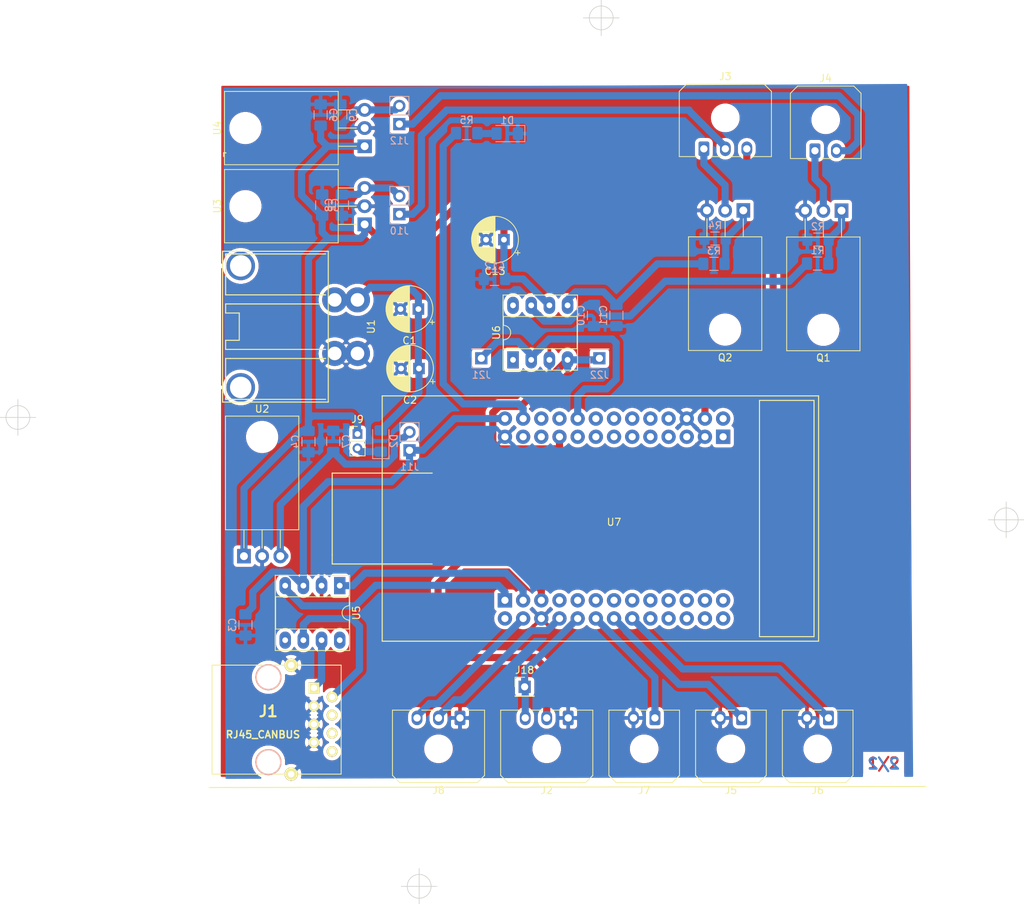
<source format=kicad_pcb>
(kicad_pcb (version 20171130) (host pcbnew "(5.1.5)-3")
  (layers (0 F.Cu signal) (31 B.Cu signal) (34 B.Paste user) (35 F.Paste user) (36 B.SilkS user) (37 F.SilkS user) (38 B.Mask user) (39 F.Mask user) (44 Edge.Cuts user))
  (net 0 "")
  (net 1 "Net-(C1-Pad1)")
  (net 2 GND)
  (net 3 +5V)
  (net 4 +15V)
  (net 5 "Net-(C7-Pad1)")
  (net 6 "Net-(C8-Pad1)")
  (net 7 "Net-(C9-Pad1)")
  (net 8 CLIM_CMD_HPWR)
  (net 9 SERVO_CMD_HPWR)
  (net 10 "Net-(D1-Pad2)")
  (net 11 "Net-(D2-Pad1)")
  (net 12 CANH)
  (net 13 CANL)
  (net 14 "Net-(J1-Pad4)")
  (net 15 "Net-(J1-Pad6)")
  (net 16 "Net-(J1-Pad8)")
  (net 17 SIGNAL_POTAR)
  (net 18 +3V3)
  (net 19 "Net-(J3-Pad1)")
  (net 20 +5VA)
  (net 21 PWM_SERVO)
  (net 22 +12VA)
  (net 23 "Net-(J4-Pad1)")
  (net 24 CLIM_SW)
  (net 25 LIGHTS_SW)
  (net 26 BRAKES_SW)
  (net 27 WIPER_SPEED_1)
  (net 28 WIPER_SPEED_2)
  (net 29 CLIM_CMD_LPWR)
  (net 30 SERVO_CMD_LPWR)
  (net 31 "Net-(Q1-Pad1)")
  (net 32 "Net-(Q2-Pad1)")
  (net 33 "Net-(R5-Pad2)")
  (net 34 "Net-(U5-Pad8)")
  (net 35 CANRX)
  (net 36 "Net-(U5-Pad5)")
  (net 37 CANTX)
  (net 38 "Net-(U6-Pad1)")
  (net 39 "Net-(U6-Pad8)")
  (net 40 "Net-(U7-Pad2)")
  (net 41 "Net-(U7-Pad7)")
  (net 42 "Net-(U7-Pad9)")
  (net 43 "Net-(U7-Pad11)")
  (net 44 "Net-(U7-Pad13)")
  (net 45 "Net-(U7-Pad15)")
  (net 46 "Net-(U7-Pad17)")
  (net 47 "Net-(U7-Pad18)")
  (net 48 "Net-(U7-Pad19)")
  (net 49 "Net-(U7-Pad20)")
  (net 50 "Net-(U7-Pad21)")
  (net 51 "Net-(U7-Pad23)")
  (net 52 "Net-(U7-Pad24)")
  (net 53 "Net-(U7-Pad25)")
  (net 54 "Net-(U7-Pad26)")
  (net 55 "Net-(U7-Pad27)")
  (net 56 "Net-(U7-Pad28)")
  (net 57 "Net-(U7-Pad31)")
  (net 58 "Net-(U7-Pad33)")
  (net 59 "Net-(U7-Pad34)")
  (net 60 "Net-(U7-Pad35)")
  (net 61 "Net-(U7-Pad36)")
  (net 62 "Net-(U7-Pad37)")
  (net 63 "Net-(U7-Pad38)")
  (net 64 "Net-(U7-Pad39)")
  (net 65 "Net-(U7-Pad40)")
  (net 66 "Net-(U7-Pad41)")
  (net 67 "Net-(U7-Pad42)")
  (net 68 "Net-(U7-Pad43)")
  (net 69 "Net-(U7-Pad47)")
  (net 70 "Net-(U7-Pad49)")
  (net 71 "Net-(U7-Pad22)")
  (net 72 "Net-(U7-Pad46)")
  (net 73 "Net-(U7-Pad48)")
  (module Capacitor_THT:CP_Radial_D6.3mm_P2.50mm (layer F.Cu) (at 97.66 61.49 180)
    (fp_text reference C1 (at 1.25 -4.4 180) (layer F.SilkS))
    (fp_text value 22uF)
    (pad 1 thru_hole rect (at 0 0 180) (size 1.6 1.6) (drill 0.8) (layers *.Cu *.Mask) (net 1 "Net-(C1-Pad1)"))
    (pad 2 thru_hole circle (at 2.5 0 180) (size 1.6 1.6) (drill 0.8) (layers *.Cu *.Mask) (net 2 GND))
  )
  (module Capacitor_THT:CP_Radial_D6.3mm_P2.50mm (layer F.Cu) (at 97.74 69.8 180)
    (fp_text reference C2 (at 1.25 -4.4 180) (layer F.SilkS))
    (fp_text value 1uF)
    (pad 2 thru_hole circle (at 2.5 0 180) (size 1.6 1.6) (drill 0.8) (layers *.Cu *.Mask) (net 2 GND))
    (pad 1 thru_hole rect (at 0 0 180) (size 1.6 1.6) (drill 0.8) (layers *.Cu *.Mask) (net 1 "Net-(C1-Pad1)"))
  )
  (module Capacitor_SMD:C_1206_3216Metric_Pad1.42x1.75mm_HandSolder (layer B.Cu) (at 73.5 105.63 270)
    (fp_text reference C3 (at 0 1.82 270) (layer B.SilkS) (effects (justify mirror)))
    (fp_text value 100nF)
    (pad 2 smd roundrect (at 1.4875 0 270) (size 1.425 1.75) (layers B.Cu B.Paste B.Mask) (roundrect_rratio 0.175439) (net 2 GND))
    (pad 1 smd roundrect (at -1.4875 0 270) (size 1.425 1.75) (layers B.Cu B.Paste B.Mask) (roundrect_rratio 0.175439) (net 3 +5V))
  )
  (module Capacitor_SMD:C_1206_3216Metric_Pad1.42x1.75mm_HandSolder (layer B.Cu) (at 82.3 80.02 270)
    (fp_text reference C4 (at 0 1.82 270) (layer B.SilkS) (effects (justify mirror)))
    (fp_text value 330nF)
    (pad 1 smd roundrect (at -1.4875 0 270) (size 1.425 1.75) (layers B.Cu B.Paste B.Mask) (roundrect_rratio 0.175439) (net 4 +15V))
    (pad 2 smd roundrect (at 1.4875 0 270) (size 1.425 1.75) (layers B.Cu B.Paste B.Mask) (roundrect_rratio 0.175439) (net 2 GND))
  )
  (module Capacitor_SMD:C_1206_3216Metric_Pad1.42x1.75mm_HandSolder (layer B.Cu) (at 84.22 46.955 90)
    (fp_text reference C5 (at 0 1.82 90) (layer B.SilkS) (effects (justify mirror)))
    (fp_text value 330nF)
    (pad 2 smd roundrect (at 1.4875 0 90) (size 1.425 1.75) (layers B.Cu B.Paste B.Mask) (roundrect_rratio 0.175439) (net 2 GND))
    (pad 1 smd roundrect (at -1.4875 0 90) (size 1.425 1.75) (layers B.Cu B.Paste B.Mask) (roundrect_rratio 0.175439) (net 4 +15V))
  )
  (module Capacitor_SMD:C_1206_3216Metric_Pad1.42x1.75mm_HandSolder (layer B.Cu) (at 84 34.355 90)
    (fp_text reference C6 (at 0 1.82 90) (layer B.SilkS) (effects (justify mirror)))
    (fp_text value 330nF)
    (pad 1 smd roundrect (at -1.4875 0 90) (size 1.425 1.75) (layers B.Cu B.Paste B.Mask) (roundrect_rratio 0.175439) (net 4 +15V))
    (pad 2 smd roundrect (at 1.4875 0 90) (size 1.425 1.75) (layers B.Cu B.Paste B.Mask) (roundrect_rratio 0.175439) (net 2 GND))
  )
  (module Capacitor_SMD:C_1206_3216Metric_Pad1.42x1.75mm_HandSolder (layer B.Cu) (at 85.76 79.98 90)
    (fp_text reference C7 (at 0 1.82 90) (layer B.SilkS) (effects (justify mirror)))
    (fp_text value 100nF)
    (pad 1 smd roundrect (at -1.4875 0 90) (size 1.425 1.75) (layers B.Cu B.Paste B.Mask) (roundrect_rratio 0.175439) (net 5 "Net-(C7-Pad1)"))
    (pad 2 smd roundrect (at 1.4875 0 90) (size 1.425 1.75) (layers B.Cu B.Paste B.Mask) (roundrect_rratio 0.175439) (net 2 GND))
  )
  (module Capacitor_SMD:C_1206_3216Metric_Pad1.42x1.75mm_HandSolder (layer B.Cu) (at 86.99 46.955 270)
    (fp_text reference C8 (at 0 1.82 270) (layer B.SilkS) (effects (justify mirror)))
    (fp_text value 100nF)
    (pad 1 smd roundrect (at -1.4875 0 270) (size 1.425 1.75) (layers B.Cu B.Paste B.Mask) (roundrect_rratio 0.175439) (net 6 "Net-(C8-Pad1)"))
    (pad 2 smd roundrect (at 1.4875 0 270) (size 1.425 1.75) (layers B.Cu B.Paste B.Mask) (roundrect_rratio 0.175439) (net 2 GND))
  )
  (module Capacitor_SMD:C_1206_3216Metric_Pad1.42x1.75mm_HandSolder (layer B.Cu) (at 86.75 34.355 90)
    (fp_text reference C9 (at 0 1.82 90) (layer B.SilkS) (effects (justify mirror)))
    (fp_text value 100nF)
    (pad 2 smd roundrect (at 1.4875 0 90) (size 1.425 1.75) (layers B.Cu B.Paste B.Mask) (roundrect_rratio 0.175439) (net 2 GND))
    (pad 1 smd roundrect (at -1.4875 0 90) (size 1.425 1.75) (layers B.Cu B.Paste B.Mask) (roundrect_rratio 0.175439) (net 7 "Net-(C9-Pad1)"))
  )
  (module Capacitor_SMD:C_1206_3216Metric_Pad1.42x1.75mm_HandSolder (layer B.Cu) (at 122.18 62.38 270)
    (fp_text reference C10 (at 0 1.82 270) (layer B.SilkS) (effects (justify mirror)))
    (fp_text value 1nF)
    (pad 2 smd roundrect (at 1.4875 0 270) (size 1.425 1.75) (layers B.Cu B.Paste B.Mask) (roundrect_rratio 0.175439) (net 2 GND))
    (pad 1 smd roundrect (at -1.4875 0 270) (size 1.425 1.75) (layers B.Cu B.Paste B.Mask) (roundrect_rratio 0.175439) (net 8 CLIM_CMD_HPWR))
  )
  (module Capacitor_SMD:C_1206_3216Metric_Pad1.42x1.75mm_HandSolder (layer B.Cu) (at 125.32 62.38 270)
    (fp_text reference C11 (at 0 1.82 270) (layer B.SilkS) (effects (justify mirror)))
    (fp_text value 1nF)
    (pad 2 smd roundrect (at 1.4875 0 270) (size 1.425 1.75) (layers B.Cu B.Paste B.Mask) (roundrect_rratio 0.175439) (net 2 GND))
    (pad 1 smd roundrect (at -1.4875 0 270) (size 1.425 1.75) (layers B.Cu B.Paste B.Mask) (roundrect_rratio 0.175439) (net 9 SERVO_CMD_HPWR))
  )
  (module Capacitor_SMD:C_1206_3216Metric_Pad1.42x1.75mm_HandSolder (layer B.Cu) (at 108.29 57.28 180)
    (fp_text reference C12 (at 0 1.82 180) (layer B.SilkS) (effects (justify mirror)))
    (fp_text value 100nF)
    (pad 1 smd roundrect (at -1.4875 0 180) (size 1.425 1.75) (layers B.Cu B.Paste B.Mask) (roundrect_rratio 0.175439) (net 4 +15V))
    (pad 2 smd roundrect (at 1.4875 0 180) (size 1.425 1.75) (layers B.Cu B.Paste B.Mask) (roundrect_rratio 0.175439) (net 2 GND))
  )
  (module Capacitor_THT:CP_Radial_D6.3mm_P2.50mm (layer F.Cu) (at 109.61 51.79 180)
    (fp_text reference C13 (at 1.25 -4.4 180) (layer F.SilkS))
    (fp_text value 1uF)
    (pad 1 thru_hole rect (at 0 0 180) (size 1.6 1.6) (drill 0.8) (layers *.Cu *.Mask) (net 4 +15V))
    (pad 2 thru_hole circle (at 2.5 0 180) (size 1.6 1.6) (drill 0.8) (layers *.Cu *.Mask) (net 2 GND))
  )
  (module Diode_SMD:D_1206_3216Metric_Pad1.42x1.75mm_HandSolder (layer B.Cu) (at 110.07 36.96 180)
    (fp_text reference D1 (at 0 1.82 180) (layer B.SilkS) (effects (justify mirror)))
    (fp_text value LED)
    (pad 2 smd roundrect (at 1.4875 0 180) (size 1.425 1.75) (layers B.Cu B.Paste B.Mask) (roundrect_rratio 0.175439) (net 10 "Net-(D1-Pad2)"))
    (pad 1 smd roundrect (at -1.4875 0 180) (size 1.425 1.75) (layers B.Cu B.Paste B.Mask) (roundrect_rratio 0.175439) (net 2 GND))
  )
  (module Diode_SMD:D_1206_3216Metric_Pad1.42x1.75mm_HandSolder (layer B.Cu) (at 92.41 79.9325 90)
    (fp_text reference D2 (at 0 1.82 90) (layer B.SilkS) (effects (justify mirror)))
    (fp_text value D)
    (pad 1 smd roundrect (at -1.4875 0 90) (size 1.425 1.75) (layers B.Cu B.Paste B.Mask) (roundrect_rratio 0.175439) (net 11 "Net-(D2-Pad1)"))
    (pad 2 smd roundrect (at 1.4875 0 90) (size 1.425 1.75) (layers B.Cu B.Paste B.Mask) (roundrect_rratio 0.175439) (net 1 "Net-(C1-Pad1)"))
  )
  (module TIM_Connectors_V5:RJ45_CAN (layer F.Cu) (at 76.71 118.88 270)
    (fp_text reference J1 (at -1.16 0.02) (layer F.SilkS) (effects (font (size 1.524 1.524) (thickness 0.3048))))
    (fp_text value RJ45_CANBUS (at 2.09 0.77) (layer F.SilkS) (effects (font (size 1.00076 1.00076) (thickness 0.2032))))
    (pad Hole np_thru_hole circle (at 5.93852 0 270) (size 3.64998 3.64998) (drill 3.2512) (layers *.Cu *.SilkS *.Mask))
    (pad Hole np_thru_hole circle (at -5.9309 0 270) (size 3.64998 3.64998) (drill 3.2512) (layers *.Cu *.SilkS *.Mask))
    (pad 1 thru_hole rect (at -4.445 -6.35 270) (size 1.50114 1.50114) (drill 0.89916) (layers *.Cu *.Mask F.SilkS) (net 12 CANH))
    (pad 2 thru_hole circle (at -3.175 -8.89 270) (size 1.50114 1.50114) (drill 0.89916) (layers *.Cu *.Mask F.SilkS) (net 13 CANL))
    (pad 3 thru_hole circle (at -1.905 -6.35 270) (size 1.50114 1.50114) (drill 0.89916) (layers *.Cu *.Mask F.SilkS) (net 2 GND))
    (pad 4 thru_hole circle (at -0.635 -8.89 270) (size 1.50114 1.50114) (drill 0.89916) (layers *.Cu *.Mask F.SilkS) (net 14 "Net-(J1-Pad4)"))
    (pad 5 thru_hole circle (at 0.635 -6.35 270) (size 1.50114 1.50114) (drill 0.89916) (layers *.Cu *.Mask F.SilkS) (net 2 GND))
    (pad 6 thru_hole circle (at 1.905 -8.89 270) (size 1.50114 1.50114) (drill 0.89916) (layers *.Cu *.Mask F.SilkS) (net 15 "Net-(J1-Pad6)"))
    (pad 7 thru_hole circle (at 3.175 -6.35 270) (size 1.50114 1.50114) (drill 0.89916) (layers *.Cu *.Mask F.SilkS) (net 2 GND))
    (pad 8 thru_hole circle (at 4.445 -8.89 270) (size 1.50114 1.50114) (drill 0.89916) (layers *.Cu *.Mask F.SilkS) (net 16 "Net-(J1-Pad8)"))
    (pad 9 thru_hole circle (at 7.62 -3.175 270) (size 1.85514 1.85514) (drill 0.89916) (layers *.Cu *.Mask F.SilkS) (net 2 GND))
    (pad 9 thru_hole circle (at -7.62 -3.175 270) (size 1.85514 1.85514) (drill 0.89916) (layers *.Cu *.Mask F.SilkS) (net 2 GND))
  )
  (module Connector_Molex:Molex_Micro-Fit_3.0_43650-0300_1x03_P3.00mm_Horizontal (layer F.Cu) (at 118.5875 118.64 180)
    (fp_text reference J2 (at 3 -10.12 180) (layer F.SilkS))
    (fp_text value Conn_01x03_Female_Potar)
    (pad 3 thru_hole oval (at 6 0 180) (size 1.5 2.02) (drill 1.02) (layers *.Cu *.Mask) (net 17 SIGNAL_POTAR))
    (pad 2 thru_hole oval (at 3 0 180) (size 1.5 2.02) (drill 1.02) (layers *.Cu *.Mask) (net 18 +3V3))
    (pad 1 thru_hole roundrect (at 0 0 180) (size 1.5 2.02) (drill 1.02) (layers *.Cu *.Mask) (roundrect_rratio 0.166667) (net 2 GND))
    (pad "" np_thru_hole circle (at 3 -4.32 180) (size 3 3) (drill 3) (layers *.Cu *.Mask))
  )
  (module Connector_Molex:Molex_Micro-Fit_3.0_43650-0300_1x03_P3.00mm_Horizontal (layer F.Cu) (at 137.54 39.09)
    (fp_text reference J3 (at 3 -10.12) (layer F.SilkS))
    (fp_text value Conn_01x03_Female_Servomotor)
    (pad "" np_thru_hole circle (at 3 -4.32) (size 3 3) (drill 3) (layers *.Cu *.Mask))
    (pad 1 thru_hole roundrect (at 0 0) (size 1.5 2.02) (drill 1.02) (layers *.Cu *.Mask) (roundrect_rratio 0.166667) (net 19 "Net-(J3-Pad1)"))
    (pad 2 thru_hole oval (at 3 0) (size 1.5 2.02) (drill 1.02) (layers *.Cu *.Mask) (net 20 +5VA))
    (pad 3 thru_hole oval (at 6 0) (size 1.5 2.02) (drill 1.02) (layers *.Cu *.Mask) (net 21 PWM_SERVO))
  )
  (module Connector_Molex:Molex_Micro-Fit_3.0_43650-0200_1x02_P3.00mm_Horizontal (layer F.Cu) (at 153.06 39.36)
    (fp_text reference J4 (at 1.5 -10.12) (layer F.SilkS))
    (fp_text value Conn_01x02_Female)
    (pad 2 thru_hole oval (at 3 0) (size 1.5 2.02) (drill 1.02) (layers *.Cu *.Mask) (net 22 +12VA))
    (pad 1 thru_hole roundrect (at 0 0) (size 1.5 2.02) (drill 1.02) (layers *.Cu *.Mask) (roundrect_rratio 0.166667) (net 23 "Net-(J4-Pad1)"))
    (pad "" np_thru_hole circle (at 1.5 -4.32) (size 3 3) (drill 3) (layers *.Cu *.Mask))
  )
  (module Connector_Molex:Molex_Micro-Fit_3.0_43650-0200_1x02_P3.00mm_Horizontal (layer F.Cu) (at 142.8225 118.64 180)
    (fp_text reference J5 (at 1.5 -10.12 180) (layer F.SilkS))
    (fp_text value Conn_01x02_Female)
    (pad 2 thru_hole oval (at 3 0 180) (size 1.5 2.02) (drill 1.02) (layers *.Cu *.Mask) (net 2 GND))
    (pad 1 thru_hole roundrect (at 0 0 180) (size 1.5 2.02) (drill 1.02) (layers *.Cu *.Mask) (roundrect_rratio 0.166667) (net 24 CLIM_SW))
    (pad "" np_thru_hole circle (at 1.5 -4.32 180) (size 3 3) (drill 3) (layers *.Cu *.Mask))
  )
  (module Connector_Molex:Molex_Micro-Fit_3.0_43650-0200_1x02_P3.00mm_Horizontal (layer F.Cu) (at 154.94 118.64 180)
    (fp_text reference J6 (at 1.5 -10.12 180) (layer F.SilkS))
    (fp_text value Conn_01x02_Female)
    (pad "" np_thru_hole circle (at 1.5 -4.32 180) (size 3 3) (drill 3) (layers *.Cu *.Mask))
    (pad 1 thru_hole roundrect (at 0 0 180) (size 1.5 2.02) (drill 1.02) (layers *.Cu *.Mask) (roundrect_rratio 0.166667) (net 25 LIGHTS_SW))
    (pad 2 thru_hole oval (at 3 0 180) (size 1.5 2.02) (drill 1.02) (layers *.Cu *.Mask) (net 2 GND))
  )
  (module Connector_Molex:Molex_Micro-Fit_3.0_43650-0200_1x02_P3.00mm_Horizontal (layer F.Cu) (at 130.705 118.64 180)
    (fp_text reference J7 (at 1.5 -10.12 180) (layer F.SilkS))
    (fp_text value Conn_01x02_Female)
    (pad "" np_thru_hole circle (at 1.5 -4.32 180) (size 3 3) (drill 3) (layers *.Cu *.Mask))
    (pad 1 thru_hole roundrect (at 0 0 180) (size 1.5 2.02) (drill 1.02) (layers *.Cu *.Mask) (roundrect_rratio 0.166667) (net 26 BRAKES_SW))
    (pad 2 thru_hole oval (at 3 0 180) (size 1.5 2.02) (drill 1.02) (layers *.Cu *.Mask) (net 2 GND))
  )
  (module Connector_Molex:Molex_Micro-Fit_3.0_43650-0300_1x03_P3.00mm_Horizontal (layer F.Cu) (at 103.47 118.64 180)
    (fp_text reference J8 (at 3 -10.12 180) (layer F.SilkS))
    (fp_text value Conn_01x03_Female)
    (pad "" np_thru_hole circle (at 3 -4.32 180) (size 3 3) (drill 3) (layers *.Cu *.Mask))
    (pad 1 thru_hole roundrect (at 0 0 180) (size 1.5 2.02) (drill 1.02) (layers *.Cu *.Mask) (roundrect_rratio 0.166667) (net 2 GND))
    (pad 2 thru_hole oval (at 3 0 180) (size 1.5 2.02) (drill 1.02) (layers *.Cu *.Mask) (net 27 WIPER_SPEED_1))
    (pad 3 thru_hole oval (at 6 0 180) (size 1.5 2.02) (drill 1.02) (layers *.Cu *.Mask) (net 28 WIPER_SPEED_2))
  )
  (module Connector_PinHeader_2.00mm:PinHeader_1x02_P2.00mm_Vertical (layer F.Cu) (at 89.15 78.955)
    (fp_text reference J9 (at 0 -2.06) (layer F.SilkS))
    (fp_text value Conn_01x02_Male)
    (pad 1 thru_hole rect (at 0 0) (size 1.35 1.35) (drill 0.8) (layers *.Cu *.Mask) (net 4 +15V))
    (pad 2 thru_hole oval (at 0 2) (size 1.35 1.35) (drill 0.8) (layers *.Cu *.Mask) (net 11 "Net-(D2-Pad1)"))
  )
  (module Connector_PinHeader_2.54mm:PinHeader_1x02_P2.54mm_Vertical (layer B.Cu) (at 95 48.23)
    (fp_text reference J10 (at 0 2.33) (layer B.SilkS) (effects (justify mirror)))
    (fp_text value Conn_01x02_Male)
    (pad 2 thru_hole oval (at 0 -2.54) (size 1.7 1.7) (drill 1) (layers *.Cu *.Mask) (net 6 "Net-(C8-Pad1)"))
    (pad 1 thru_hole rect (at 0 0) (size 1.7 1.7) (drill 1) (layers *.Cu *.Mask) (net 20 +5VA))
  )
  (module Connector_PinHeader_2.54mm:PinHeader_1x02_P2.54mm_Vertical (layer B.Cu) (at 96.42 81.23)
    (fp_text reference J11 (at 0 2.33) (layer B.SilkS) (effects (justify mirror)))
    (fp_text value Conn_01x02_Male)
    (pad 1 thru_hole rect (at 0 0) (size 1.7 1.7) (drill 1) (layers *.Cu *.Mask) (net 3 +5V))
    (pad 2 thru_hole oval (at 0 -2.54) (size 1.7 1.7) (drill 1) (layers *.Cu *.Mask) (net 5 "Net-(C7-Pad1)"))
  )
  (module Connector_PinHeader_2.54mm:PinHeader_1x02_P2.54mm_Vertical (layer B.Cu) (at 95 35.63)
    (fp_text reference J12 (at 0 2.33) (layer B.SilkS) (effects (justify mirror)))
    (fp_text value Conn_01x02_Male)
    (pad 1 thru_hole rect (at 0 0) (size 1.7 1.7) (drill 1) (layers *.Cu *.Mask) (net 22 +12VA))
    (pad 2 thru_hole oval (at 0 -2.54) (size 1.7 1.7) (drill 1) (layers *.Cu *.Mask) (net 7 "Net-(C9-Pad1)"))
  )
  (module Connector_PinHeader_2.54mm:PinHeader_1x01_P2.54mm_Vertical (layer F.Cu) (at 112.5 114.29)
    (fp_text reference J18 (at 0 -2.33) (layer F.SilkS))
    (fp_text value Conn_01x01_Female)
    (pad 1 thru_hole rect (at 0 0) (size 1.7 1.7) (drill 1) (layers *.Cu *.Mask) (net 17 SIGNAL_POTAR))
  )
  (module Connector_PinHeader_2.54mm:PinHeader_1x01_P2.54mm_Vertical (layer B.Cu) (at 106.45 68.37)
    (fp_text reference J21 (at 0 2.33) (layer B.SilkS) (effects (justify mirror)))
    (fp_text value Conn_01x01_Female)
    (pad 1 thru_hole rect (at 0 0) (size 1.7 1.7) (drill 1) (layers *.Cu *.Mask) (net 29 CLIM_CMD_LPWR))
  )
  (module Connector_PinHeader_2.54mm:PinHeader_1x01_P2.54mm_Vertical (layer B.Cu) (at 122.95 68.37)
    (fp_text reference J22 (at 0 2.33) (layer B.SilkS) (effects (justify mirror)))
    (fp_text value Conn_01x01_Female)
    (pad 1 thru_hole rect (at 0 0) (size 1.7 1.7) (drill 1) (layers *.Cu *.Mask) (net 30 SERVO_CMD_LPWR))
  )
  (module Package_TO_SOT_THT:TO-220-3_Horizontal_TabDown (layer F.Cu) (at 156.77 47.73 180)
    (fp_text reference Q1 (at 2.54 -20.58 180) (layer F.SilkS))
    (fp_text value IRFZ44Z)
    (pad 3 thru_hole oval (at 5.08 0 180) (size 1.905 2) (drill 1.1) (layers *.Cu *.Mask) (net 2 GND))
    (pad 2 thru_hole oval (at 2.54 0 180) (size 1.905 2) (drill 1.1) (layers *.Cu *.Mask) (net 23 "Net-(J4-Pad1)"))
    (pad 1 thru_hole rect (at 0 0 180) (size 1.905 2) (drill 1.1) (layers *.Cu *.Mask) (net 31 "Net-(Q1-Pad1)"))
    (pad "" np_thru_hole oval (at 2.54 -16.66 180) (size 3.5 3.5) (drill 3.5) (layers *.Cu *.Mask))
  )
  (module Package_TO_SOT_THT:TO-220-3_Horizontal_TabDown (layer F.Cu) (at 143.05 47.7 180)
    (fp_text reference Q2 (at 2.54 -20.58 180) (layer F.SilkS))
    (fp_text value IRFZ44Z)
    (pad 3 thru_hole oval (at 5.08 0 180) (size 1.905 2) (drill 1.1) (layers *.Cu *.Mask) (net 2 GND))
    (pad 2 thru_hole oval (at 2.54 0 180) (size 1.905 2) (drill 1.1) (layers *.Cu *.Mask) (net 19 "Net-(J3-Pad1)"))
    (pad 1 thru_hole rect (at 0 0 180) (size 1.905 2) (drill 1.1) (layers *.Cu *.Mask) (net 32 "Net-(Q2-Pad1)"))
    (pad "" np_thru_hole oval (at 2.54 -16.66 180) (size 3.5 3.5) (drill 3.5) (layers *.Cu *.Mask))
  )
  (module Resistor_SMD:R_1206_3216Metric_Pad1.42x1.75mm_HandSolder (layer B.Cu) (at 153.43 55.13 180)
    (fp_text reference R1 (at 0 1.82 180) (layer B.SilkS) (effects (justify mirror)))
    (fp_text value 10)
    (pad 2 smd roundrect (at 1.4875 0 180) (size 1.425 1.75) (layers B.Cu B.Paste B.Mask) (roundrect_rratio 0.175439) (net 8 CLIM_CMD_HPWR))
    (pad 1 smd roundrect (at -1.4875 0 180) (size 1.425 1.75) (layers B.Cu B.Paste B.Mask) (roundrect_rratio 0.175439) (net 31 "Net-(Q1-Pad1)"))
  )
  (module Resistor_SMD:R_1206_3216Metric_Pad1.42x1.75mm_HandSolder (layer B.Cu) (at 153.48 51.78 180)
    (fp_text reference R2 (at 0 1.82 180) (layer B.SilkS) (effects (justify mirror)))
    (fp_text value 10k)
    (pad 1 smd roundrect (at -1.4875 0 180) (size 1.425 1.75) (layers B.Cu B.Paste B.Mask) (roundrect_rratio 0.175439) (net 31 "Net-(Q1-Pad1)"))
    (pad 2 smd roundrect (at 1.4875 0 180) (size 1.425 1.75) (layers B.Cu B.Paste B.Mask) (roundrect_rratio 0.175439) (net 2 GND))
  )
  (module Resistor_SMD:R_1206_3216Metric_Pad1.42x1.75mm_HandSolder (layer B.Cu) (at 138.95 55.17 180)
    (fp_text reference R3 (at 0 1.82 180) (layer B.SilkS) (effects (justify mirror)))
    (fp_text value 10)
    (pad 2 smd roundrect (at 1.4875 0 180) (size 1.425 1.75) (layers B.Cu B.Paste B.Mask) (roundrect_rratio 0.175439) (net 9 SERVO_CMD_HPWR))
    (pad 1 smd roundrect (at -1.4875 0 180) (size 1.425 1.75) (layers B.Cu B.Paste B.Mask) (roundrect_rratio 0.175439) (net 32 "Net-(Q2-Pad1)"))
  )
  (module Resistor_SMD:R_1206_3216Metric_Pad1.42x1.75mm_HandSolder (layer B.Cu) (at 139.1 51.64 180)
    (fp_text reference R4 (at 0 1.82 180) (layer B.SilkS) (effects (justify mirror)))
    (fp_text value 10k)
    (pad 1 smd roundrect (at -1.4875 0 180) (size 1.425 1.75) (layers B.Cu B.Paste B.Mask) (roundrect_rratio 0.175439) (net 32 "Net-(Q2-Pad1)"))
    (pad 2 smd roundrect (at 1.4875 0 180) (size 1.425 1.75) (layers B.Cu B.Paste B.Mask) (roundrect_rratio 0.175439) (net 2 GND))
  )
  (module Resistor_SMD:R_1206_3216Metric_Pad1.42x1.75mm_HandSolder (layer B.Cu) (at 104.4 36.9 180)
    (fp_text reference R5 (at 0 1.82 180) (layer B.SilkS) (effects (justify mirror)))
    (fp_text value R)
    (pad 1 smd roundrect (at -1.4875 0 180) (size 1.425 1.75) (layers B.Cu B.Paste B.Mask) (roundrect_rratio 0.175439) (net 10 "Net-(D1-Pad2)"))
    (pad 2 smd roundrect (at 1.4875 0 180) (size 1.425 1.75) (layers B.Cu B.Paste B.Mask) (roundrect_rratio 0.175439) (net 33 "Net-(R5-Pad2)"))
  )
  (module TIM_Connectors_V5:MOLEX_SABRE_46007-1102 (layer F.Cu) (at 85.97 63.95 270)
    (fp_text reference U1 (at 0 -5.08 270) (layer F.SilkS))
    (fp_text value MOLEX_SABRE_46007-1102)
    (pad 2 thru_hole circle (at -3.745 0 270) (size 3.5 3.5) (drill 1.9) (layers *.Cu *.Mask) (net 1 "Net-(C1-Pad1)"))
    (pad 1 thru_hole circle (at 3.745 0 270) (size 3.5 3.5) (drill 1.9) (layers *.Cu *.Mask) (net 2 GND))
    (pad 2 thru_hole circle (at -3.745 -3.18 270) (size 3.5 3.5) (drill 1.9) (layers *.Cu *.Mask) (net 1 "Net-(C1-Pad1)"))
    (pad 1 thru_hole circle (at 3.745 -3.18 270) (size 3.5 3.5) (drill 1.9) (layers *.Cu *.Mask) (net 2 GND))
    (pad "" thru_hole circle (at -8.495 13.13 270) (size 4 4) (drill 3) (layers *.Cu *.Mask))
    (pad "" thru_hole circle (at 8.495 13.13 270) (size 4 4) (drill 3) (layers *.Cu *.Mask))
  )
  (module Package_TO_SOT_THT:TO-220-3_Horizontal_TabDown (layer F.Cu) (at 73.29 96.03)
    (fp_text reference U2 (at 2.54 -20.58) (layer F.SilkS))
    (fp_text value L7805)
    (pad "" np_thru_hole oval (at 2.54 -16.66) (size 3.5 3.5) (drill 3.5) (layers *.Cu *.Mask))
    (pad 1 thru_hole rect (at 0 0) (size 1.905 2) (drill 1.1) (layers *.Cu *.Mask) (net 4 +15V))
    (pad 2 thru_hole oval (at 2.54 0) (size 1.905 2) (drill 1.1) (layers *.Cu *.Mask) (net 2 GND))
    (pad 3 thru_hole oval (at 5.08 0) (size 1.905 2) (drill 1.1) (layers *.Cu *.Mask) (net 5 "Net-(C7-Pad1)"))
  )
  (module Package_TO_SOT_THT:TO-220-3_Horizontal_TabDown (layer F.Cu) (at 90.15 49.65 90)
    (fp_text reference U3 (at 2.54 -20.58 90) (layer F.SilkS))
    (fp_text value L7805)
    (pad "" np_thru_hole oval (at 2.54 -16.66 90) (size 3.5 3.5) (drill 3.5) (layers *.Cu *.Mask))
    (pad 1 thru_hole rect (at 0 0 90) (size 1.905 2) (drill 1.1) (layers *.Cu *.Mask) (net 4 +15V))
    (pad 2 thru_hole oval (at 2.54 0 90) (size 1.905 2) (drill 1.1) (layers *.Cu *.Mask) (net 2 GND))
    (pad 3 thru_hole oval (at 5.08 0 90) (size 1.905 2) (drill 1.1) (layers *.Cu *.Mask) (net 6 "Net-(C8-Pad1)"))
  )
  (module Package_TO_SOT_THT:TO-220-3_Horizontal_TabDown (layer F.Cu) (at 90.15 38.73 90)
    (fp_text reference U4 (at 2.54 -20.58 90) (layer F.SilkS))
    (fp_text value L7812)
    (pad "" np_thru_hole oval (at 2.54 -16.66 90) (size 3.5 3.5) (drill 3.5) (layers *.Cu *.Mask))
    (pad 1 thru_hole rect (at 0 0 90) (size 1.905 2) (drill 1.1) (layers *.Cu *.Mask) (net 4 +15V))
    (pad 2 thru_hole oval (at 2.54 0 90) (size 1.905 2) (drill 1.1) (layers *.Cu *.Mask) (net 2 GND))
    (pad 3 thru_hole oval (at 5.08 0 90) (size 1.905 2) (drill 1.1) (layers *.Cu *.Mask) (net 7 "Net-(C9-Pad1)"))
  )
  (module Package_DIP:DIP-8_W7.62mm_Socket_LongPads (layer F.Cu) (at 86.67 100.15 270)
    (fp_text reference U5 (at 3.81 -2.33 270) (layer F.SilkS))
    (fp_text value MCP2551-I-SN)
    (pad 8 thru_hole oval (at 7.62 0 270) (size 2.4 1.6) (drill 0.8) (layers *.Cu *.Mask) (net 34 "Net-(U5-Pad8)"))
    (pad 4 thru_hole oval (at 0 7.62 270) (size 2.4 1.6) (drill 0.8) (layers *.Cu *.Mask) (net 35 CANRX))
    (pad 7 thru_hole oval (at 7.62 2.54 270) (size 2.4 1.6) (drill 0.8) (layers *.Cu *.Mask) (net 12 CANH))
    (pad 3 thru_hole oval (at 0 5.08 270) (size 2.4 1.6) (drill 0.8) (layers *.Cu *.Mask) (net 3 +5V))
    (pad 6 thru_hole oval (at 7.62 5.08 270) (size 2.4 1.6) (drill 0.8) (layers *.Cu *.Mask) (net 13 CANL))
    (pad 2 thru_hole oval (at 0 2.54 270) (size 2.4 1.6) (drill 0.8) (layers *.Cu *.Mask) (net 2 GND))
    (pad 5 thru_hole oval (at 7.62 7.62 270) (size 2.4 1.6) (drill 0.8) (layers *.Cu *.Mask) (net 36 "Net-(U5-Pad5)"))
    (pad 1 thru_hole rect (at 0 0 270) (size 2.4 1.6) (drill 0.8) (layers *.Cu *.Mask) (net 37 CANTX))
  )
  (module Package_DIP:DIP-8_W7.62mm_Socket_LongPads (layer F.Cu) (at 110.88 68.59 90)
    (fp_text reference U6 (at 3.81 -2.33 90) (layer F.SilkS))
    (fp_text value TC4424)
    (pad 1 thru_hole rect (at 0 0 90) (size 2.4 1.6) (drill 0.8) (layers *.Cu *.Mask) (net 38 "Net-(U6-Pad1)"))
    (pad 5 thru_hole oval (at 7.62 7.62 90) (size 2.4 1.6) (drill 0.8) (layers *.Cu *.Mask) (net 9 SERVO_CMD_HPWR))
    (pad 2 thru_hole oval (at 0 2.54 90) (size 2.4 1.6) (drill 0.8) (layers *.Cu *.Mask) (net 29 CLIM_CMD_LPWR))
    (pad 6 thru_hole oval (at 7.62 5.08 90) (size 2.4 1.6) (drill 0.8) (layers *.Cu *.Mask) (net 4 +15V))
    (pad 3 thru_hole oval (at 0 5.08 90) (size 2.4 1.6) (drill 0.8) (layers *.Cu *.Mask) (net 2 GND))
    (pad 7 thru_hole oval (at 7.62 2.54 90) (size 2.4 1.6) (drill 0.8) (layers *.Cu *.Mask) (net 8 CLIM_CMD_HPWR))
    (pad 4 thru_hole oval (at 0 7.62 90) (size 2.4 1.6) (drill 0.8) (layers *.Cu *.Mask) (net 30 SERVO_CMD_LPWR))
    (pad 8 thru_hole oval (at 7.62 0 90) (size 2.4 1.6) (drill 0.8) (layers *.Cu *.Mask) (net 39 "Net-(U6-Pad8)"))
  )
  (module TIM_Microcontrollers_V5:STM32H103-OlimexBoard (layer F.Cu) (at 124.99 90.77)
    (fp_text reference U7 (at 0 0.5) (layer F.SilkS))
    (fp_text value STM32H103-OlimexBoard)
    (pad 1 thru_hole rect (at -15.24 11.43) (size 2 2) (drill 1) (layers *.Cu *.Mask) (net 35 CANRX))
    (pad 2 thru_hole circle (at -15.24 13.97) (size 2 2) (drill 1) (layers *.Cu *.Mask) (net 40 "Net-(U7-Pad2)"))
    (pad 3 thru_hole circle (at -12.7 11.43) (size 2 2) (drill 1) (layers *.Cu *.Mask) (net 37 CANTX))
    (pad 4 thru_hole circle (at -12.7 13.97) (size 2 2) (drill 1) (layers *.Cu *.Mask) (net 28 WIPER_SPEED_2))
    (pad 5 thru_hole circle (at -10.16 11.43) (size 2 2) (drill 1) (layers *.Cu *.Mask) (net 18 +3V3))
    (pad 6 thru_hole circle (at -10.16 13.97) (size 2 2) (drill 1) (layers *.Cu *.Mask) (net 2 GND))
    (pad 7 thru_hole circle (at -7.62 11.43) (size 2 2) (drill 1) (layers *.Cu *.Mask) (net 41 "Net-(U7-Pad7)"))
    (pad 8 thru_hole circle (at -7.62 13.97) (size 2 2) (drill 1) (layers *.Cu *.Mask) (net 27 WIPER_SPEED_1))
    (pad 9 thru_hole circle (at -5.08 11.43) (size 2 2) (drill 1) (layers *.Cu *.Mask) (net 42 "Net-(U7-Pad9)"))
    (pad 10 thru_hole circle (at -5.08 13.97) (size 2 2) (drill 1) (layers *.Cu *.Mask) (net 17 SIGNAL_POTAR))
    (pad 11 thru_hole circle (at -2.54 11.43) (size 2 2) (drill 1) (layers *.Cu *.Mask) (net 43 "Net-(U7-Pad11)"))
    (pad 12 thru_hole circle (at -2.54 13.97) (size 2 2) (drill 1) (layers *.Cu *.Mask) (net 26 BRAKES_SW))
    (pad 13 thru_hole circle (at 0 11.43) (size 2 2) (drill 1) (layers *.Cu *.Mask) (net 44 "Net-(U7-Pad13)"))
    (pad 14 thru_hole circle (at 0 13.97) (size 2 2) (drill 1) (layers *.Cu *.Mask) (net 24 CLIM_SW))
    (pad 15 thru_hole circle (at 2.54 11.43) (size 2 2) (drill 1) (layers *.Cu *.Mask) (net 45 "Net-(U7-Pad15)"))
    (pad 16 thru_hole circle (at 2.54 13.97) (size 2 2) (drill 1) (layers *.Cu *.Mask) (net 25 LIGHTS_SW))
    (pad 17 thru_hole circle (at 5.08 11.43) (size 2 2) (drill 1) (layers *.Cu *.Mask) (net 46 "Net-(U7-Pad17)"))
    (pad 18 thru_hole circle (at 5.08 13.97) (size 2 2) (drill 1) (layers *.Cu *.Mask) (net 47 "Net-(U7-Pad18)"))
    (pad 19 thru_hole circle (at 7.62 11.43) (size 2 2) (drill 1) (layers *.Cu *.Mask) (net 48 "Net-(U7-Pad19)"))
    (pad 20 thru_hole circle (at 7.62 13.97) (size 2 2) (drill 1) (layers *.Cu *.Mask) (net 49 "Net-(U7-Pad20)"))
    (pad 21 thru_hole circle (at 10.16 11.43) (size 2 2) (drill 1) (layers *.Cu *.Mask) (net 50 "Net-(U7-Pad21)"))
    (pad 22 thru_hole circle (at 10.16 13.97) (size 2 2) (drill 1) (layers *.Cu *.Mask) (net 71 "Net-(U7-Pad22)"))
    (pad 23 thru_hole circle (at 12.7 11.43) (size 2 2) (drill 1) (layers *.Cu *.Mask) (net 51 "Net-(U7-Pad23)"))
    (pad 24 thru_hole circle (at 12.7 13.97) (size 2 2) (drill 1) (layers *.Cu *.Mask) (net 52 "Net-(U7-Pad24)"))
    (pad 25 thru_hole circle (at 15.24 11.43) (size 2 2) (drill 1) (layers *.Cu *.Mask) (net 53 "Net-(U7-Pad25)"))
    (pad 26 thru_hole circle (at 15.24 13.97) (size 2 2) (drill 1) (layers *.Cu *.Mask) (net 54 "Net-(U7-Pad26)"))
    (pad 27 thru_hole rect (at 15.24 -11.43) (size 2 2) (drill 1) (layers *.Cu *.Mask) (net 55 "Net-(U7-Pad27)"))
    (pad 28 thru_hole circle (at 15.24 -13.97) (size 2 2) (drill 1) (layers *.Cu *.Mask) (net 56 "Net-(U7-Pad28)"))
    (pad 29 thru_hole circle (at 12.7 -11.43) (size 2 2) (drill 1) (layers *.Cu *.Mask) (net 2 GND))
    (pad 30 thru_hole circle (at 12.7 -13.97) (size 2 2) (drill 1) (layers *.Cu *.Mask) (net 21 PWM_SERVO))
    (pad 31 thru_hole circle (at 10.16 -11.43) (size 2 2) (drill 1) (layers *.Cu *.Mask) (net 57 "Net-(U7-Pad31)"))
    (pad 32 thru_hole circle (at 10.16 -13.97) (size 2 2) (drill 1) (layers *.Cu *.Mask) (net 2 GND))
    (pad 33 thru_hole circle (at 7.62 -11.43) (size 2 2) (drill 1) (layers *.Cu *.Mask) (net 58 "Net-(U7-Pad33)"))
    (pad 34 thru_hole circle (at 7.62 -13.97) (size 2 2) (drill 1) (layers *.Cu *.Mask) (net 59 "Net-(U7-Pad34)"))
    (pad 35 thru_hole circle (at 5.08 -11.43) (size 2 2) (drill 1) (layers *.Cu *.Mask) (net 60 "Net-(U7-Pad35)"))
    (pad 36 thru_hole circle (at 5.08 -13.97) (size 2 2) (drill 1) (layers *.Cu *.Mask) (net 61 "Net-(U7-Pad36)"))
    (pad 37 thru_hole circle (at 2.54 -11.43) (size 2 2) (drill 1) (layers *.Cu *.Mask) (net 62 "Net-(U7-Pad37)"))
    (pad 38 thru_hole circle (at 2.54 -13.97) (size 2 2) (drill 1) (layers *.Cu *.Mask) (net 63 "Net-(U7-Pad38)"))
    (pad 39 thru_hole circle (at 0 -11.43) (size 2 2) (drill 1) (layers *.Cu *.Mask) (net 64 "Net-(U7-Pad39)"))
    (pad 40 thru_hole circle (at 0 -13.97) (size 2 2) (drill 1) (layers *.Cu *.Mask) (net 65 "Net-(U7-Pad40)"))
    (pad 41 thru_hole circle (at -2.54 -11.43) (size 2 2) (drill 1) (layers *.Cu *.Mask) (net 66 "Net-(U7-Pad41)"))
    (pad 42 thru_hole circle (at -2.54 -13.97) (size 2 2) (drill 1) (layers *.Cu *.Mask) (net 67 "Net-(U7-Pad42)"))
    (pad 43 thru_hole circle (at -5.08 -11.43) (size 2 2) (drill 1) (layers *.Cu *.Mask) (net 68 "Net-(U7-Pad43)"))
    (pad 44 thru_hole circle (at -5.08 -13.97) (size 2 2) (drill 1) (layers *.Cu *.Mask) (net 29 CLIM_CMD_LPWR))
    (pad 45 thru_hole circle (at -7.62 -11.43) (size 2 2) (drill 1) (layers *.Cu *.Mask) (net 30 SERVO_CMD_LPWR))
    (pad 46 thru_hole circle (at -7.62 -13.97) (size 2 2) (drill 1) (layers *.Cu *.Mask) (net 72 "Net-(U7-Pad46)"))
    (pad 47 thru_hole circle (at -10.16 -11.43) (size 2 2) (drill 1) (layers *.Cu *.Mask) (net 69 "Net-(U7-Pad47)"))
    (pad 48 thru_hole circle (at -10.16 -13.97) (size 2 2) (drill 1) (layers *.Cu *.Mask) (net 73 "Net-(U7-Pad48)"))
    (pad 49 thru_hole circle (at -12.7 -11.43) (size 2 2) (drill 1) (layers *.Cu *.Mask) (net 70 "Net-(U7-Pad49)"))
    (pad 50 thru_hole circle (at -12.7 -13.97) (size 2 2) (drill 1) (layers *.Cu *.Mask) (net 33 "Net-(R5-Pad2)"))
    (pad 51 thru_hole circle (at -15.24 -11.43) (size 2 2) (drill 1) (layers *.Cu *.Mask) (net 2 GND))
    (pad 52 thru_hole circle (at -15.24 -13.97) (size 2 2) (drill 1) (layers *.Cu *.Mask) (net 3 +5V))
  )
  (gr_text 1/2 (at 162.66 124.98) (layer F.Cu) (effects (font (size 1.5 1.5) (thickness 0.3))))
  (target plus (at 123.2 20.79) (size 5) (width 0.1) (layer Edge.Cuts))
  (target plus (at 97.77 142.18) (size 5) (width 0.1) (layer Edge.Cuts))
  (target plus (at 41.71 76.64) (size 5) (width 0.1) (layer Edge.Cuts))
  (target plus (at 179.78 90.95) (size 5) (width 0.1) (layer Edge.Cuts))
  (gr_text 2/2 (at 162.65 125.05) (layer B.Cu) (effects (font (size 1.5 1.5) (thickness 0.3)) (justify mirror)))
  (gr_line (start 70.45 39.64) (end 70.78 39.66) (layer F.SilkS) (width 0.15))
  (gr_line (start 70.45 40.16) (end 70.45 39.64) (layer F.SilkS) (width 0.15))
  (gr_line (start 168.58 128.23) (end 68.42 128.37) (layer F.SilkS) (width 0.15))
  (segment (start 85.97 60.205) (end 89.15 60.205) (width 1) (layer B.Cu) (net 1))
  (segment (start 97.66 59.69) (end 97.66 61.49) (width 1) (layer B.Cu) (net 1))
  (segment (start 96.425001 58.455001) (end 97.66 59.69) (width 1) (layer B.Cu) (net 1))
  (segment (start 90.899999 58.455001) (end 96.425001 58.455001) (width 1) (layer B.Cu) (net 1))
  (segment (start 89.15 60.205) (end 90.899999 58.455001) (width 1) (layer B.Cu) (net 1))
  (segment (start 97.66 69.72) (end 97.74 69.8) (width 1) (layer B.Cu) (net 1))
  (segment (start 97.66 61.49) (end 97.66 69.72) (width 1) (layer B.Cu) (net 1))
  (segment (start 97.74 73.115) (end 92.41 78.445) (width 1) (layer B.Cu) (net 1))
  (segment (start 97.74 69.8) (end 97.74 73.115) (width 1) (layer B.Cu) (net 1))
  (segment (start 102.7 76.8) (end 109.75 76.8) (width 1) (layer B.Cu) (net 3))
  (segment (start 96.42 81.23) (end 98.27 81.23) (width 1) (layer B.Cu) (net 3))
  (segment (start 98.27 81.23) (end 102.7 76.8) (width 1) (layer B.Cu) (net 3))
  (segment (start 96.42 83.08) (end 93.88 85.62) (width 1) (layer B.Cu) (net 3))
  (segment (start 96.42 81.23) (end 96.42 83.08) (width 1) (layer B.Cu) (net 3))
  (segment (start 93.88 85.62) (end 85.04 85.62) (width 1) (layer B.Cu) (net 3))
  (segment (start 81.59 89.07) (end 81.59 100.15) (width 1) (layer B.Cu) (net 3))
  (segment (start 85.04 85.62) (end 81.59 89.07) (width 1) (layer B.Cu) (net 3))
  (segment (start 74.51998 103.12252) (end 73.5 104.1425) (width 1) (layer B.Cu) (net 3))
  (segment (start 74.51998 101.01) (end 74.51998 103.12252) (width 1) (layer B.Cu) (net 3))
  (segment (start 77.27999 98.24999) (end 74.51998 101.01) (width 1) (layer B.Cu) (net 3))
  (segment (start 79.671324 98.24999) (end 77.27999 98.24999) (width 1) (layer B.Cu) (net 3))
  (segment (start 81.59 100.15) (end 81.571334 100.15) (width 1) (layer B.Cu) (net 3))
  (segment (start 81.571334 100.15) (end 79.671324 98.24999) (width 1) (layer B.Cu) (net 3))
  (segment (start 85.0825 51.6025) (end 89.5475 51.6025) (width 1) (layer B.Cu) (net 4))
  (segment (start 84.22 48.4425) (end 84.22 50.74) (width 1) (layer B.Cu) (net 4))
  (segment (start 84.22 50.74) (end 85.0825 51.6025) (width 1) (layer B.Cu) (net 4))
  (segment (start 90.15 51) (end 89.5475 51.6025) (width 1) (layer B.Cu) (net 4))
  (segment (start 90.15 49.65) (end 90.15 51) (width 1) (layer B.Cu) (net 4))
  (segment (start 85.0825 51.6025) (end 85.0275 51.6025) (width 1) (layer B.Cu) (net 4))
  (segment (start 85.0275 51.6025) (end 84.2 52.43) (width 1) (layer B.Cu) (net 4))
  (segment (start 90.15 38.73) (end 84.94 38.73) (width 1) (layer B.Cu) (net 4))
  (segment (start 84 37.79) (end 84 35.8425) (width 1) (layer B.Cu) (net 4))
  (segment (start 84.94 38.73) (end 84 37.79) (width 1) (layer B.Cu) (net 4))
  (segment (start 89.15 77.28) (end 89.15 78.955) (width 1) (layer B.Cu) (net 4))
  (segment (start 88.3 76.43) (end 89.15 77.28) (width 1) (layer B.Cu) (net 4))
  (segment (start 82.79 76.43) (end 88.3 76.43) (width 1) (layer B.Cu) (net 4))
  (segment (start 82.3 76.92) (end 82.79 76.43) (width 1) (layer B.Cu) (net 4))
  (segment (start 82.3 78.5325) (end 82.3 76.92) (width 1) (layer B.Cu) (net 4))
  (segment (start 73.29 94.03) (end 73.29 96.03) (width 1) (layer B.Cu) (net 4))
  (segment (start 73.29 86.5675) (end 73.29 94.03) (width 1) (layer B.Cu) (net 4))
  (segment (start 81.325 78.5325) (end 73.29 86.5675) (width 1) (layer B.Cu) (net 4))
  (segment (start 82.3 78.5325) (end 81.325 78.5325) (width 1) (layer B.Cu) (net 4))
  (segment (start 82.3 54.385) (end 85.0825 51.6025) (width 1) (layer B.Cu) (net 4))
  (segment (start 82.3 78.5325) (end 82.3 54.385) (width 1) (layer B.Cu) (net 4))
  (segment (start 84.94 38.76) (end 81.34 42.36) (width 1) (layer B.Cu) (net 4))
  (segment (start 84.94 38.73) (end 84.94 38.76) (width 1) (layer B.Cu) (net 4))
  (segment (start 81.34 45.5625) (end 81.34 44.14) (width 1) (layer B.Cu) (net 4))
  (segment (start 84.22 48.4425) (end 81.34 45.5625) (width 1) (layer B.Cu) (net 4))
  (segment (start 81.34 42.36) (end 81.34 44.14) (width 1) (layer B.Cu) (net 4))
  (segment (start 109.61 57.1125) (end 109.7775 57.28) (width 1) (layer B.Cu) (net 4))
  (segment (start 109.61 51.79) (end 109.61 57.1125) (width 1) (layer B.Cu) (net 4))
  (segment (start 112.27 57.28) (end 115.96 60.97) (width 1) (layer B.Cu) (net 4))
  (segment (start 109.7775 57.28) (end 112.27 57.28) (width 1) (layer B.Cu) (net 4))
  (segment (start 90.1975 49.65) (end 92.1475 51.6) (width 1) (layer F.Cu) (net 4))
  (segment (start 90.15 49.65) (end 90.1975 49.65) (width 1) (layer F.Cu) (net 4))
  (segment (start 92.1475 51.6) (end 98.48 51.6) (width 1) (layer F.Cu) (net 4))
  (segment (start 98.48 51.6) (end 102.97 47.11) (width 1) (layer F.Cu) (net 4))
  (segment (start 109.61 49.99) (end 109.61 51.79) (width 1) (layer F.Cu) (net 4))
  (segment (start 106.73 47.11) (end 109.61 49.99) (width 1) (layer F.Cu) (net 4))
  (segment (start 102.97 47.11) (end 106.73 47.11) (width 1) (layer F.Cu) (net 4))
  (segment (start 78.37 96.03) (end 79.0125 96.03) (width 1) (layer B.Cu) (net 5))
  (segment (start 78.37 88.8575) (end 85.76 81.4675) (width 1) (layer B.Cu) (net 5))
  (segment (start 78.37 96.03) (end 78.37 88.8575) (width 1) (layer B.Cu) (net 5))
  (segment (start 95.149999 79.539999) (end 94.28 80.409998) (width 1) (layer B.Cu) (net 5))
  (segment (start 96.42 78.69) (end 95.570001 79.539999) (width 1) (layer B.Cu) (net 5))
  (segment (start 95.570001 79.539999) (end 95.149999 79.539999) (width 1) (layer B.Cu) (net 5))
  (segment (start 94.28 81.98102) (end 93.10102 83.16) (width 1) (layer B.Cu) (net 5))
  (segment (start 94.28 80.409998) (end 94.28 81.98102) (width 1) (layer B.Cu) (net 5))
  (segment (start 87.4525 83.16) (end 85.76 81.4675) (width 1) (layer B.Cu) (net 5))
  (segment (start 93.10102 83.16) (end 87.4525 83.16) (width 1) (layer B.Cu) (net 5))
  (segment (start 89.2525 45.4675) (end 90.15 44.57) (width 1) (layer B.Cu) (net 6))
  (segment (start 86.99 45.4675) (end 89.2525 45.4675) (width 1) (layer B.Cu) (net 6))
  (segment (start 93.88 44.57) (end 95 45.69) (width 1) (layer B.Cu) (net 6))
  (segment (start 90.15 44.57) (end 93.88 44.57) (width 1) (layer B.Cu) (net 6))
  (segment (start 88.9425 33.65) (end 86.75 35.8425) (width 1) (layer B.Cu) (net 7))
  (segment (start 90.15 33.65) (end 88.9425 33.65) (width 1) (layer B.Cu) (net 7))
  (segment (start 94.44 33.65) (end 95 33.09) (width 1) (layer B.Cu) (net 7))
  (segment (start 90.15 33.65) (end 94.44 33.65) (width 1) (layer B.Cu) (net 7))
  (segment (start 122.18 60.8925) (end 121.205 60.8925) (width 1) (layer B.Cu) (net 8))
  (segment (start 121.205 60.8925) (end 120.78 61.3175) (width 1) (layer B.Cu) (net 8))
  (segment (start 120.78 61.3175) (end 120.673834 61.3175) (width 1) (layer B.Cu) (net 8))
  (segment (start 120.673834 61.3175) (end 118.821334 63.17) (width 1) (layer B.Cu) (net 8))
  (segment (start 118.821334 63.17) (end 115.22 63.17) (width 1) (layer B.Cu) (net 8))
  (segment (start 113.42 61.37) (end 113.42 60.97) (width 1) (layer B.Cu) (net 8))
  (segment (start 115.22 63.17) (end 113.42 61.37) (width 1) (layer B.Cu) (net 8))
  (segment (start 149.4725 57.6) (end 151.9425 55.13) (width 1) (layer B.Cu) (net 8))
  (segment (start 132.12 57.6) (end 149.4725 57.6) (width 1) (layer B.Cu) (net 8))
  (segment (start 127.26501 62.45499) (end 132.12 57.6) (width 1) (layer B.Cu) (net 8))
  (segment (start 123.74249 62.45499) (end 127.26501 62.45499) (width 1) (layer B.Cu) (net 8))
  (segment (start 122.18 60.8925) (end 123.74249 62.45499) (width 1) (layer B.Cu) (net 8))
  (segment (start 131.0425 55.17) (end 125.32 60.8925) (width 1) (layer B.Cu) (net 9))
  (segment (start 137.4625 55.17) (end 131.0425 55.17) (width 1) (layer B.Cu) (net 9))
  (segment (start 125.32 60.8925) (end 123.51 59.0825) (width 1) (layer B.Cu) (net 9))
  (segment (start 123.51 59.0825) (end 119.6075 59.0825) (width 1) (layer B.Cu) (net 9))
  (segment (start 118.5 60.19) (end 118.5 60.97) (width 1) (layer B.Cu) (net 9))
  (segment (start 119.6075 59.0825) (end 118.5 60.19) (width 1) (layer B.Cu) (net 9))
  (segment (start 105.9475 36.96) (end 105.8875 36.9) (width 1) (layer B.Cu) (net 10))
  (segment (start 108.5825 36.96) (end 105.9475 36.96) (width 1) (layer B.Cu) (net 10))
  (segment (start 89.615 81.42) (end 89.15 80.955) (width 1) (layer B.Cu) (net 11))
  (segment (start 92.41 81.42) (end 89.615 81.42) (width 1) (layer B.Cu) (net 11))
  (segment (start 84.13 113.365) (end 83.06 114.435) (width 1) (layer B.Cu) (net 12))
  (segment (start 84.13 107.77) (end 84.13 113.365) (width 1) (layer B.Cu) (net 12))
  (segment (start 81.59 105.57) (end 82.4 104.76) (width 1) (layer B.Cu) (net 13))
  (segment (start 81.59 107.77) (end 81.59 105.57) (width 1) (layer B.Cu) (net 13))
  (segment (start 82.4 104.76) (end 88.35 104.76) (width 1) (layer B.Cu) (net 13))
  (segment (start 88.35 104.76) (end 89.42 105.83) (width 1) (layer B.Cu) (net 13))
  (segment (start 89.42 111.885) (end 85.6 115.705) (width 1) (layer B.Cu) (net 13))
  (segment (start 89.42 105.83) (end 89.42 111.885) (width 1) (layer B.Cu) (net 13))
  (segment (start 112.5875 114.3775) (end 112.5 114.29) (width 1) (layer B.Cu) (net 17))
  (segment (start 112.5875 118.64) (end 112.5875 114.3775) (width 1) (layer B.Cu) (net 17))
  (segment (start 112.5 112.15) (end 119.91 104.74) (width 1) (layer B.Cu) (net 17))
  (segment (start 112.5 114.29) (end 112.5 112.15) (width 1) (layer B.Cu) (net 17))
  (segment (start 114.83 100.785787) (end 110.784213 96.74) (width 1) (layer F.Cu) (net 18))
  (segment (start 114.83 102.2) (end 114.83 100.785787) (width 1) (layer F.Cu) (net 18))
  (segment (start 110.784213 96.74) (end 103.51 96.74) (width 1) (layer F.Cu) (net 18))
  (segment (start 103.51 96.74) (end 100.41 99.84) (width 1) (layer F.Cu) (net 18))
  (segment (start 100.41 99.84) (end 100.41 106.28) (width 1) (layer F.Cu) (net 18))
  (segment (start 100.41 106.28) (end 104.33 110.2) (width 1) (layer F.Cu) (net 18))
  (segment (start 104.33 110.2) (end 113.93 110.2) (width 1) (layer F.Cu) (net 18))
  (segment (start 115.5875 111.8575) (end 115.5875 118.64) (width 1) (layer F.Cu) (net 18))
  (segment (start 113.93 110.2) (end 115.5875 111.8575) (width 1) (layer F.Cu) (net 18))
  (segment (start 140.51 44.19) (end 137.54 41.22) (width 1) (layer B.Cu) (net 19))
  (segment (start 140.51 47.7) (end 140.51 44.19) (width 1) (layer B.Cu) (net 19))
  (segment (start 137.54 39.09) (end 137.54 41.22) (width 1) (layer B.Cu) (net 19))
  (segment (start 95 48.23) (end 96.85 48.23) (width 1) (layer B.Cu) (net 20))
  (segment (start 96.85 48.23) (end 98.08 47) (width 1) (layer B.Cu) (net 20))
  (segment (start 98.08 47) (end 98.08 37.2) (width 1) (layer B.Cu) (net 20))
  (segment (start 98.08 37.2) (end 101.6 33.68) (width 1) (layer B.Cu) (net 20))
  (segment (start 101.6 33.68) (end 135.47 33.68) (width 1) (layer B.Cu) (net 20))
  (segment (start 140.54 38.83) (end 140.54 39.09) (width 1) (layer B.Cu) (net 20))
  (segment (start 135.47 33.76) (end 140.54 38.83) (width 1) (layer B.Cu) (net 20))
  (segment (start 135.47 33.68) (end 135.47 33.76) (width 1) (layer B.Cu) (net 20))
  (segment (start 137.69 74) (end 137.69 76.8) (width 1) (layer F.Cu) (net 21))
  (segment (start 143.54 39.09) (end 143.54 41.1) (width 1) (layer F.Cu) (net 21))
  (segment (start 147.21 44.77) (end 147.21 69.02) (width 1) (layer F.Cu) (net 21))
  (segment (start 147.21 69.02) (end 143.88 72.35) (width 1) (layer F.Cu) (net 21))
  (segment (start 143.88 72.35) (end 139.34 72.35) (width 1) (layer F.Cu) (net 21))
  (segment (start 143.54 41.1) (end 147.21 44.77) (width 1) (layer F.Cu) (net 21))
  (segment (start 139.34 72.35) (end 137.69 74) (width 1) (layer F.Cu) (net 21))
  (segment (start 157.81 39.36) (end 156.06 39.36) (width 1) (layer B.Cu) (net 22))
  (segment (start 159.05 38.12) (end 157.81 39.36) (width 1) (layer B.Cu) (net 22))
  (segment (start 159.05 34.32) (end 159.05 38.12) (width 1) (layer B.Cu) (net 22))
  (segment (start 95 35.63) (end 96.85 35.63) (width 1) (layer B.Cu) (net 22))
  (segment (start 96.85 35.63) (end 98.77 33.71) (width 1) (layer B.Cu) (net 22))
  (segment (start 98.77 33.68) (end 100.78 31.67) (width 1) (layer B.Cu) (net 22))
  (segment (start 100.78 31.67) (end 156.4 31.67) (width 1) (layer B.Cu) (net 22))
  (segment (start 98.77 33.71) (end 98.77 33.68) (width 1) (layer B.Cu) (net 22))
  (segment (start 156.4 31.67) (end 159.05 34.32) (width 1) (layer B.Cu) (net 22))
  (segment (start 153.06 39.36) (end 153.06 43.28) (width 1) (layer B.Cu) (net 23))
  (segment (start 154.23 44.45) (end 154.23 47.73) (width 1) (layer B.Cu) (net 23))
  (segment (start 153.06 43.28) (end 154.23 44.45) (width 1) (layer B.Cu) (net 23))
  (segment (start 126.690001 106.440001) (end 126.690001 106.540001) (width 1) (layer B.Cu) (net 24))
  (segment (start 124.99 104.74) (end 126.690001 106.440001) (width 1) (layer B.Cu) (net 24))
  (segment (start 126.690001 106.540001) (end 134.1 113.95) (width 1) (layer B.Cu) (net 24))
  (segment (start 138.1325 113.95) (end 142.8225 118.64) (width 1) (layer B.Cu) (net 24))
  (segment (start 134.1 113.95) (end 138.1325 113.95) (width 1) (layer B.Cu) (net 24))
  (segment (start 127.53 104.74) (end 134.58 111.79) (width 1) (layer B.Cu) (net 25))
  (segment (start 148.09 111.79) (end 153.91 117.61) (width 1) (layer B.Cu) (net 25))
  (segment (start 134.58 111.79) (end 148.09 111.79) (width 1) (layer B.Cu) (net 25))
  (segment (start 153.91 117.61) (end 154.94 118.64) (width 1) (layer B.Cu) (net 25))
  (segment (start 130.705 112.995) (end 122.45 104.74) (width 1) (layer B.Cu) (net 26))
  (segment (start 130.705 118.64) (end 130.705 112.995) (width 1) (layer B.Cu) (net 26))
  (segment (start 116.370001 105.739999) (end 117.37 104.74) (width 1) (layer B.Cu) (net 27))
  (segment (start 100.47 118.64) (end 100.47 118.38) (width 1) (layer B.Cu) (net 27))
  (segment (start 100.47 118.38) (end 102.74 116.11) (width 1) (layer B.Cu) (net 27))
  (segment (start 102.74 116.11) (end 103.76 116.11) (width 1) (layer B.Cu) (net 27))
  (segment (start 103.76 116.11) (end 113.429999 106.440001) (width 1) (layer B.Cu) (net 27))
  (segment (start 113.429999 106.440001) (end 115.669999 106.440001) (width 1) (layer B.Cu) (net 27))
  (segment (start 115.669999 106.440001) (end 116.370001 105.739999) (width 1) (layer B.Cu) (net 27))
  (segment (start 111.290001 105.739999) (end 112.29 104.74) (width 1) (layer B.Cu) (net 28))
  (segment (start 100.4 116.63) (end 111.290001 105.739999) (width 1) (layer B.Cu) (net 28))
  (segment (start 99.22 116.63) (end 100.4 116.63) (width 1) (layer B.Cu) (net 28))
  (segment (start 97.47 118.38) (end 99.22 116.63) (width 1) (layer B.Cu) (net 28))
  (segment (start 97.47 118.64) (end 97.47 118.38) (width 1) (layer B.Cu) (net 28))
  (segment (start 113.42 67.869998) (end 113.42 68.59) (width 1) (layer B.Cu) (net 29))
  (segment (start 111.590002 66.04) (end 113.42 67.869998) (width 1) (layer B.Cu) (net 29))
  (segment (start 108.7 66.04) (end 111.590002 66.04) (width 1) (layer B.Cu) (net 29))
  (segment (start 106.45 68.29) (end 108.7 66.04) (width 1) (layer B.Cu) (net 29))
  (segment (start 106.45 68.37) (end 106.45 68.29) (width 1) (layer B.Cu) (net 29))
  (segment (start 124.74 65.68) (end 125.29 66.23) (width 1) (layer B.Cu) (net 29))
  (segment (start 113.42 68.19) (end 115.93 65.68) (width 1) (layer B.Cu) (net 29))
  (segment (start 115.93 65.68) (end 124.74 65.68) (width 1) (layer B.Cu) (net 29))
  (segment (start 113.42 68.59) (end 113.42 68.19) (width 1) (layer B.Cu) (net 29))
  (segment (start 125.29 66.23) (end 125.29 71.306) (width 1) (layer B.Cu) (net 29))
  (segment (start 125.29 71.306) (end 123.952 72.644) (width 1) (layer B.Cu) (net 29))
  (segment (start 119.91 76.8) (end 119.91 73.638) (width 1) (layer B.Cu) (net 29))
  (segment (start 120.904 72.644) (end 123.952 72.644) (width 1) (layer B.Cu) (net 29))
  (segment (start 119.91 73.638) (end 120.904 72.644) (width 1) (layer B.Cu) (net 29))
  (segment (start 122.73 68.59) (end 122.95 68.37) (width 1) (layer B.Cu) (net 30))
  (segment (start 118.5 68.59) (end 122.73 68.59) (width 1) (layer B.Cu) (net 30))
  (segment (start 118.5 68.59) (end 118.5 69.79) (width 1) (layer B.Cu) (net 30))
  (segment (start 108.049999 80.156001) (end 108.933999 81.040001) (width 1) (layer F.Cu) (net 30))
  (segment (start 118.481334 68.59) (end 111.971335 75.099999) (width 1) (layer F.Cu) (net 30))
  (segment (start 118.5 68.59) (end 118.481334 68.59) (width 1) (layer F.Cu) (net 30))
  (segment (start 108.933999 75.099999) (end 108.049999 75.983999) (width 1) (layer F.Cu) (net 30))
  (segment (start 111.971335 75.099999) (end 108.933999 75.099999) (width 1) (layer F.Cu) (net 30))
  (segment (start 108.049999 75.983999) (end 108.049999 80.156001) (width 1) (layer F.Cu) (net 30))
  (segment (start 108.933999 81.040001) (end 116.553999 81.040001) (width 1) (layer F.Cu) (net 30))
  (segment (start 116.553999 81.040001) (end 117.348 81.040001) (width 1) (layer F.Cu) (net 30))
  (segment (start 117.37 81.018001) (end 117.348 81.040001) (width 0.25) (layer F.Cu) (net 30))
  (segment (start 117.37 79.34) (end 117.37 81.018001) (width 0.25) (layer F.Cu) (net 30))
  (segment (start 117.084212 81.040001) (end 116.553999 81.040001) (width 1) (layer F.Cu) (net 30))
  (segment (start 117.37 80.754213) (end 117.084212 81.040001) (width 1) (layer F.Cu) (net 30))
  (segment (start 117.37 79.34) (end 117.37 80.754213) (width 1) (layer F.Cu) (net 30))
  (segment (start 156.77 49.9775) (end 154.9675 51.78) (width 1) (layer B.Cu) (net 31))
  (segment (start 156.77 47.73) (end 156.77 49.9775) (width 1) (layer B.Cu) (net 31))
  (segment (start 154.9675 55.08) (end 154.9175 55.13) (width 1) (layer B.Cu) (net 31))
  (segment (start 154.9675 51.78) (end 154.9675 55.08) (width 1) (layer B.Cu) (net 31))
  (segment (start 143.05 49.1775) (end 140.5875 51.64) (width 1) (layer B.Cu) (net 32))
  (segment (start 143.05 47.7) (end 143.05 49.1775) (width 1) (layer B.Cu) (net 32))
  (segment (start 140.5875 55.02) (end 140.4375 55.17) (width 1) (layer B.Cu) (net 32))
  (segment (start 140.5875 51.64) (end 140.5875 55.02) (width 1) (layer B.Cu) (net 32))
  (segment (start 112.29 75.385787) (end 111.65 74.745787) (width 1) (layer B.Cu) (net 33))
  (segment (start 112.29 76.8) (end 112.29 75.385787) (width 1) (layer B.Cu) (net 33))
  (segment (start 111.65 74.745787) (end 103.925787 74.745787) (width 1) (layer B.Cu) (net 33))
  (segment (start 103.925787 74.745787) (end 101.12 71.94) (width 1) (layer B.Cu) (net 33))
  (segment (start 101.12 38.6925) (end 102.9125 36.9) (width 1) (layer B.Cu) (net 33))
  (segment (start 101.12 71.94) (end 101.12 38.6925) (width 1) (layer B.Cu) (net 33))
  (segment (start 81.47 102.97) (end 79.05 100.55) (width 1) (layer B.Cu) (net 35))
  (segment (start 79.05 100.55) (end 79.05 100.15) (width 1) (layer B.Cu) (net 35))
  (segment (start 109.75 101.92) (end 109.76 101.91) (width 1) (layer B.Cu) (net 35))
  (segment (start 88.84 102.97) (end 81.47 102.97) (width 1) (layer B.Cu) (net 35))
  (segment (start 109.75 102.2) (end 109.75 101.92) (width 1) (layer B.Cu) (net 35))
  (segment (start 109.76 101.91) (end 109.76 101.05) (width 1) (layer B.Cu) (net 35))
  (segment (start 109.76 101.05) (end 108.82 100.11) (width 1) (layer B.Cu) (net 35))
  (segment (start 108.82 100.11) (end 91.7 100.11) (width 1) (layer B.Cu) (net 35))
  (segment (start 91.7 100.11) (end 88.84 102.97) (width 1) (layer B.Cu) (net 35))
  (segment (start 88.47 100.15) (end 90.21 98.41) (width 1) (layer B.Cu) (net 37))
  (segment (start 86.67 100.15) (end 88.47 100.15) (width 1) (layer B.Cu) (net 37))
  (segment (start 112.29 100.785787) (end 112.29 102.2) (width 1) (layer B.Cu) (net 37))
  (segment (start 109.914213 98.41) (end 112.29 100.785787) (width 1) (layer B.Cu) (net 37))
  (segment (start 90.21 98.41) (end 109.914213 98.41) (width 1) (layer B.Cu) (net 37))
  (zone (net 2) (net_name GND) (layer F.Cu) (connect_pads (clearance 0.508)) (min_thickness 0.254) (fill yes (arc_segments 32) (thermal_gap 0.508) (thermal_bridge_width 0.508))
    (polygon (pts (xy 71.21 30.28) (xy 166.25 30.28) (xy 166.64 126.49) (xy 70.05 126.88) (xy 70.13 30.28) (xy 71.2 30.28)))
  )
  (zone (net 2) (net_name GND) (layer B.Cu) (connect_pads (clearance 0.508)) (min_thickness 0.254) (fill yes (arc_segments 32) (thermal_gap 0.508) (thermal_bridge_width 0.508))
    (polygon (pts (xy 70.43 30.57) (xy 70.71 127.16) (xy 166.78 126.88) (xy 165.95 30.02) (xy 70.44 30.53)))
  )
)
</source>
